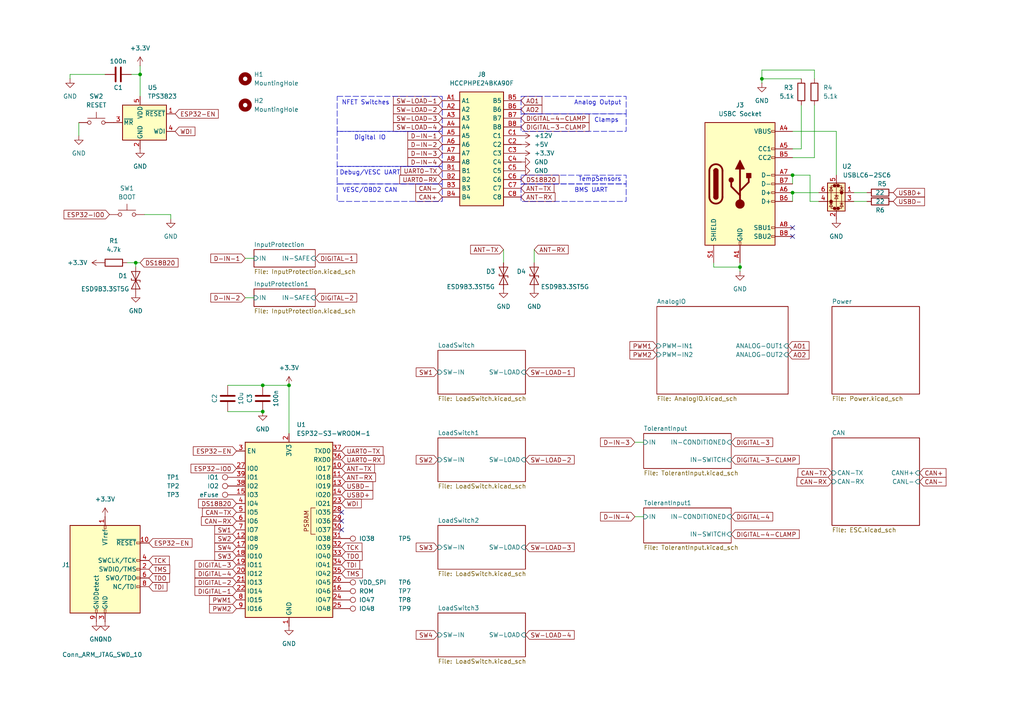
<source format=kicad_sch>
(kicad_sch (version 20231120) (generator "eeschema") (generator_version "8.0")
  (paper "A4")
  (lib_symbols
    (symbol "Connector:Conn_ARM_JTAG_SWD_10" (pin_names (offset 1.016))
      (property "Reference" "J" (at -2.54 16.51 0))
      (property "Value" "Conn_ARM_JTAG_SWD_10" (at -2.54 13.97 0))
      (symbol "Conn_ARM_JTAG_SWD_10_0_1"
        (rectangle (start -10.16 12.7) (end 10.16 -12.7) (stroke (width 0.254)) (fill (type background)))
        (rectangle (start -2.794 -12.7) (end -2.286 -11.684))
        (rectangle (start -0.254 -12.7) (end 0.254 -11.684))
        (rectangle (start -0.254 12.7) (end 0.254 11.684))
        (rectangle (start 9.144 2.286) (end 10.16 2.794))
        (rectangle (start 10.16 -2.794) (end 9.144 -2.286))
        (rectangle (start 10.16 -0.254) (end 9.144 0.254))
        (rectangle (start 10.16 7.874) (end 9.144 7.366))
      )
      (symbol "Conn_ARM_JTAG_SWD_10_1_1"
        (rectangle (start 9.144 -5.334) (end 10.16 -4.826))
        (pin power_in line (at 0 15.24 270) (length 2.54) (name "VTref") (number "1"))
        (pin open_collector line (at 12.7 7.62 180) (length 2.54) (name "~{RESET}") (number "10"))
        (pin bidirectional line (at 12.7 0 180) (length 2.54) (name "SWDIO/TMS") (number "2"))
        (pin power_in line (at 0 -15.24 90) (length 2.54) (name "GND") (number "3"))
        (pin output line (at 12.7 2.54 180) (length 2.54) (name "SWCLK/TCK") (number "4"))
        (pin passive line (at 0 -15.24 90) (length 2.54) hide (name "GND") (number "5"))
        (pin input line (at 12.7 -2.54 180) (length 2.54) (name "SWO/TDO") (number "6"))
        (pin no_connect line (at -10.16 0 0) (length 2.54) hide (name "KEY") (number "7"))
        (pin output line (at 12.7 -5.08 180) (length 2.54) (name "NC/TDI") (number "8"))
        (pin passive line (at -2.54 -15.24 90) (length 2.54) (name "GNDDetect") (number "9"))
      )
    )
    (symbol "Connector:TestPoint" (pin_numbers hide) (pin_names (offset 0.762) hide)
      (property "Reference" "TP" (at 0 6.858 0))
      (property "Value" "TestPoint" (at 0 5.08 0))
      (symbol "TestPoint_0_1"
        (circle (center 0 3.302) (radius 0.762))
      )
      (symbol "TestPoint_1_1"
        (pin passive line (at 0 0 90) (length 2.54) (name "1") (number "1"))
      )
    )
    (symbol "Connector:USB_C_Receptacle_USB2.0_16P" (pin_names (offset 1.016))
      (property "Reference" "J" (at 0 22.225 0))
      (property "Value" "USB_C_Receptacle_USB2.0_16P" (at 0 19.685 0))
      (symbol "USB_C_Receptacle_USB2.0_16P_0_0"
        (rectangle (start -0.254 -17.78) (end 0.254 -16.764))
        (rectangle (start 10.16 -14.986) (end 9.144 -15.494))
        (rectangle (start 10.16 -12.446) (end 9.144 -12.954))
        (rectangle (start 10.16 -4.826) (end 9.144 -5.334))
        (rectangle (start 10.16 -2.286) (end 9.144 -2.794))
        (rectangle (start 10.16 0.254) (end 9.144 -0.254))
        (rectangle (start 10.16 2.794) (end 9.144 2.286))
        (rectangle (start 10.16 7.874) (end 9.144 7.366))
        (rectangle (start 10.16 10.414) (end 9.144 9.906))
        (rectangle (start 10.16 15.494) (end 9.144 14.986))
      )
      (symbol "USB_C_Receptacle_USB2.0_16P_0_1"
        (rectangle (start -10.16 17.78) (end 10.16 -17.78) (stroke (width 0.254)) (fill (type background)))
        (arc (start -8.89 -3.81) (mid -6.985 -5.7067) (end -5.08 -3.81) (stroke (width 0.508)))
        (arc (start -7.62 -3.81) (mid -6.985 -4.4423) (end -6.35 -3.81) (stroke (width 0.254)))
        (arc (start -7.62 -3.81) (mid -6.985 -4.4423) (end -6.35 -3.81) (stroke (width 0.254)) (fill (type outline)))
        (rectangle (start -7.62 -3.81) (end -6.35 3.81) (stroke (width 0.254)) (fill (type outline)))
        (arc (start -6.35 3.81) (mid -6.985 4.4423) (end -7.62 3.81) (stroke (width 0.254)))
        (arc (start -6.35 3.81) (mid -6.985 4.4423) (end -7.62 3.81) (stroke (width 0.254)) (fill (type outline)))
        (arc (start -5.08 3.81) (mid -6.985 5.7067) (end -8.89 3.81) (stroke (width 0.508)))
        (circle (center -2.54 1.143) (radius 0.635) (stroke (width 0.254)) (fill (type outline)))
        (circle (center 0 -5.842) (radius 1.27) (fill (type outline)))
        (polyline (pts (xy -8.89 -3.81) (xy -8.89 3.81)) (stroke (width 0.508)))
        (polyline (pts (xy -5.08 3.81) (xy -5.08 -3.81)) (stroke (width 0.508)))
        (polyline (pts (xy 0 -5.842) (xy 0 4.318)) (stroke (width 0.508)))
        (polyline (pts (xy 0 -3.302) (xy -2.54 -0.762) (xy -2.54 0.508)) (stroke (width 0.508)))
        (polyline (pts (xy 0 -2.032) (xy 2.54 0.508) (xy 2.54 1.778)) (stroke (width 0.508)))
        (polyline (pts (xy -1.27 4.318) (xy 0 6.858) (xy 1.27 4.318) (xy -1.27 4.318)) (stroke (width 0.254)) (fill (type outline)))
        (rectangle (start 1.905 1.778) (end 3.175 3.048) (stroke (width 0.254)) (fill (type outline)))
      )
      (symbol "USB_C_Receptacle_USB2.0_16P_1_1"
        (pin passive line (at 0 -22.86 90) (length 5.08) (name "GND") (number "A1"))
        (pin passive line (at 0 -22.86 90) (length 5.08) hide (name "GND") (number "A12"))
        (pin passive line (at 15.24 15.24 180) (length 5.08) (name "VBUS") (number "A4"))
        (pin bidirectional line (at 15.24 10.16 180) (length 5.08) (name "CC1") (number "A5"))
        (pin bidirectional line (at 15.24 -2.54 180) (length 5.08) (name "D+") (number "A6"))
        (pin bidirectional line (at 15.24 2.54 180) (length 5.08) (name "D-") (number "A7"))
        (pin bidirectional line (at 15.24 -12.7 180) (length 5.08) (name "SBU1") (number "A8"))
        (pin passive line (at 15.24 15.24 180) (length 5.08) hide (name "VBUS") (number "A9"))
        (pin passive line (at 0 -22.86 90) (length 5.08) hide (name "GND") (number "B1"))
        (pin passive line (at 0 -22.86 90) (length 5.08) hide (name "GND") (number "B12"))
        (pin passive line (at 15.24 15.24 180) (length 5.08) hide (name "VBUS") (number "B4"))
        (pin bidirectional line (at 15.24 7.62 180) (length 5.08) (name "CC2") (number "B5"))
        (pin bidirectional line (at 15.24 -5.08 180) (length 5.08) (name "D+") (number "B6"))
        (pin bidirectional line (at 15.24 0 180) (length 5.08) (name "D-") (number "B7"))
        (pin bidirectional line (at 15.24 -15.24 180) (length 5.08) (name "SBU2") (number "B8"))
        (pin passive line (at 15.24 15.24 180) (length 5.08) hide (name "VBUS") (number "B9"))
        (pin passive line (at -7.62 -22.86 90) (length 5.08) (name "SHIELD") (number "S1"))
      )
    )
    (symbol "Device:C" (pin_numbers hide) (pin_names (offset 0.254))
      (property "Reference" "C" (at 0.635 2.54 0))
      (property "Value" "C" (at 0.635 -2.54 0))
      (symbol "C_0_1"
        (polyline (pts (xy -2.032 -0.762) (xy 2.032 -0.762)) (stroke (width 0.508)))
        (polyline (pts (xy -2.032 0.762) (xy 2.032 0.762)) (stroke (width 0.508)))
      )
      (symbol "C_1_1"
        (pin passive line (at 0 3.81 270) (length 2.794) (name "~") (number "1"))
        (pin passive line (at 0 -3.81 90) (length 2.794) (name "~") (number "2"))
      )
    )
    (symbol "Device:R" (pin_numbers hide) (pin_names (offset 0))
      (property "Reference" "R" (at 2.032 0 90))
      (property "Value" "R" (at 0 0 90))
      (symbol "R_0_1"
        (rectangle (start -1.016 -2.54) (end 1.016 2.54) (stroke (width 0.254)))
      )
      (symbol "R_1_1"
        (pin passive line (at 0 3.81 270) (length 1.27) (name "~") (number "1"))
        (pin passive line (at 0 -3.81 90) (length 1.27) (name "~") (number "2"))
      )
    )
    (symbol "Diode:ESD9B3.3ST5G" (pin_numbers hide) (pin_names (offset 1.016) hide)
      (property "Reference" "D" (at 0 2.54 0))
      (property "Value" "ESD9B3.3ST5G" (at 0 -2.54 0))
      (symbol "ESD9B3.3ST5G_0_1"
        (polyline (pts (xy 1.27 0) (xy -1.27 0)))
        (polyline (pts (xy -2.54 -1.27) (xy 0 0) (xy -2.54 1.27) (xy -2.54 -1.27)) (stroke (width 0.2032)))
        (polyline (pts (xy 0.508 1.27) (xy 0 1.27) (xy 0 -1.27) (xy -0.508 -1.27)) (stroke (width 0.2032)))
        (polyline (pts (xy 2.54 1.27) (xy 2.54 -1.27) (xy 0 0) (xy 2.54 1.27)) (stroke (width 0.2032)))
      )
      (symbol "ESD9B3.3ST5G_1_1"
        (pin passive line (at -3.81 0 0) (length 2.54) (name "A1") (number "1"))
        (pin passive line (at 3.81 0 180) (length 2.54) (name "A2") (number "2"))
      )
    )
    (symbol "Mechanical:MountingHole" (pin_names (offset 1.016)) (exclude_from_sim yes) (in_bom no)
      (property "Reference" "H" (at 0 5.08 0))
      (property "Value" "MountingHole" (at 0 3.175 0))
      (symbol "MountingHole_0_1"
        (circle (center 0 0) (radius 1.27) (stroke (width 1.27)))
      )
    )
    (symbol "Power_Protection:USBLC6-2SC6" (pin_names hide)
      (property "Reference" "U" (at 0.635 5.715 0))
      (property "Value" "USBLC6-2SC6" (at 0.635 3.81 0))
      (symbol "USBLC6-2SC6_0_0"
        (circle (center -1.524 0) (radius 0.0001) (stroke (width 0.508)))
        (circle (center -0.508 -4.572) (radius 0.0001) (stroke (width 0.508)))
        (circle (center -0.508 2.032) (radius 0.0001) (stroke (width 0.508)))
        (circle (center 0.508 -4.572) (radius 0.0001) (stroke (width 0.508)))
        (circle (center 0.508 2.032) (radius 0.0001) (stroke (width 0.508)))
        (circle (center 1.524 -2.54) (radius 0.0001) (stroke (width 0.508)))
      )
      (symbol "USBLC6-2SC6_0_1"
        (polyline (pts (xy -2.54 -2.54) (xy 2.54 -2.54)))
        (polyline (pts (xy -2.54 0) (xy 2.54 0)))
        (polyline (pts (xy -2.032 -3.048) (xy -1.016 -3.048)))
        (polyline (pts (xy -1.016 1.524) (xy -2.032 1.524)))
        (polyline (pts (xy 1.016 -3.048) (xy 2.032 -3.048)))
        (polyline (pts (xy 1.016 1.524) (xy 2.032 1.524)))
        (polyline (pts (xy -0.508 -1.143) (xy -0.508 -0.762) (xy 0.508 -0.762)))
        (polyline (pts (xy -2.032 0.508) (xy -1.016 0.508) (xy -1.524 1.524) (xy -2.032 0.508)))
        (polyline (pts (xy -1.016 -4.064) (xy -2.032 -4.064) (xy -1.524 -3.048) (xy -1.016 -4.064)))
        (polyline (pts (xy 0.508 -1.778) (xy -0.508 -1.778) (xy 0 -0.762) (xy 0.508 -1.778)))
        (polyline (pts (xy 2.032 -4.064) (xy 1.016 -4.064) (xy 1.524 -3.048) (xy 2.032 -4.064)))
        (polyline (pts (xy 2.032 0.508) (xy 1.016 0.508) (xy 1.524 1.524) (xy 2.032 0.508)))
        (polyline (pts (xy 0 2.54) (xy -0.508 2.032) (xy 0.508 2.032) (xy 0 1.524) (xy 0 -4.064) (xy -0.508 -4.572) (xy 0.508 -4.572) (xy 0 -5.08)))
      )
      (symbol "USBLC6-2SC6_1_1"
        (rectangle (start -2.54 2.794) (end 2.54 -5.334) (stroke (width 0.254)) (fill (type background)))
        (polyline (pts (xy -0.508 2.032) (xy -1.524 2.032) (xy -1.524 -4.572) (xy -0.508 -4.572)))
        (polyline (pts (xy 0.508 -4.572) (xy 1.524 -4.572) (xy 1.524 2.032) (xy 0.508 2.032)))
        (pin passive line (at -5.08 0 0) (length 2.54) (name "I/O1") (number "1"))
        (pin passive line (at 0 -7.62 90) (length 2.54) (name "GND") (number "2"))
        (pin passive line (at -5.08 -2.54 0) (length 2.54) (name "I/O2") (number "3"))
        (pin passive line (at 5.08 -2.54 180) (length 2.54) (name "I/O2") (number "4"))
        (pin passive line (at 0 5.08 270) (length 2.54) (name "VBUS") (number "5"))
        (pin passive line (at 5.08 0 180) (length 2.54) (name "I/O1") (number "6"))
      )
    )
    (symbol "RF_Module:ESP32-S3-WROOM-1"
      (property "Reference" "U" (at -12.7 26.67 0))
      (property "Value" "ESP32-S3-WROOM-1" (at 12.7 26.67 0))
      (symbol "ESP32-S3-WROOM-1_0_0"
        (rectangle (start -12.7 25.4) (end 12.7 -25.4) (stroke (width 0.254)) (fill (type background)))
        (text "PSRAM" (at 5.08 2.54 900) (effects (font (size 1.27 1.27))))
      )
      (symbol "ESP32-S3-WROOM-1_0_1"
        (polyline (pts (xy 7.62 -1.27) (xy 6.35 -1.27) (xy 6.35 6.35) (xy 7.62 6.35)))
      )
      (symbol "ESP32-S3-WROOM-1_1_1"
        (pin power_in line (at 0 -27.94 90) (length 2.54) (name "GND") (number "1"))
        (pin bidirectional line (at 15.24 17.78 180) (length 2.54) (name "IO17") (number "10"))
        (pin bidirectional line (at 15.24 15.24 180) (length 2.54) (name "IO18") (number "11"))
        (pin bidirectional line (at -15.24 -2.54 0) (length 2.54) (name "IO8") (number "12"))
        (pin bidirectional line (at 15.24 12.7 180) (length 2.54) (name "IO19") (number "13"))
        (pin bidirectional line (at 15.24 10.16 180) (length 2.54) (name "IO20") (number "14"))
        (pin bidirectional line (at -15.24 10.16 0) (length 2.54) (name "IO3") (number "15"))
        (pin bidirectional line (at 15.24 -17.78 180) (length 2.54) (name "IO46") (number "16"))
        (pin bidirectional line (at -15.24 -5.08 0) (length 2.54) (name "IO9") (number "17"))
        (pin bidirectional line (at -15.24 -7.62 0) (length 2.54) (name "IO10") (number "18"))
        (pin bidirectional line (at -15.24 -10.16 0) (length 2.54) (name "IO11") (number "19"))
        (pin power_in line (at 0 27.94 270) (length 2.54) (name "3V3") (number "2"))
        (pin bidirectional line (at -15.24 -12.7 0) (length 2.54) (name "IO12") (number "20"))
        (pin bidirectional line (at -15.24 -15.24 0) (length 2.54) (name "IO13") (number "21"))
        (pin bidirectional line (at -15.24 -17.78 0) (length 2.54) (name "IO14") (number "22"))
        (pin bidirectional line (at 15.24 7.62 180) (length 2.54) (name "IO21") (number "23"))
        (pin bidirectional line (at 15.24 -20.32 180) (length 2.54) (name "IO47") (number "24"))
        (pin bidirectional line (at 15.24 -22.86 180) (length 2.54) (name "IO48") (number "25"))
        (pin bidirectional line (at 15.24 -15.24 180) (length 2.54) (name "IO45") (number "26"))
        (pin bidirectional line (at -15.24 17.78 0) (length 2.54) (name "IO0") (number "27"))
        (pin bidirectional line (at 15.24 5.08 180) (length 2.54) (name "IO35") (number "28"))
        (pin bidirectional line (at 15.24 2.54 180) (length 2.54) (name "IO36") (number "29"))
        (pin input line (at -15.24 22.86 0) (length 2.54) (name "EN") (number "3"))
        (pin bidirectional line (at 15.24 0 180) (length 2.54) (name "IO37") (number "30"))
        (pin bidirectional line (at 15.24 -2.54 180) (length 2.54) (name "IO38") (number "31"))
        (pin bidirectional line (at 15.24 -5.08 180) (length 2.54) (name "IO39") (number "32"))
        (pin bidirectional line (at 15.24 -7.62 180) (length 2.54) (name "IO40") (number "33"))
        (pin bidirectional line (at 15.24 -10.16 180) (length 2.54) (name "IO41") (number "34"))
        (pin bidirectional line (at 15.24 -12.7 180) (length 2.54) (name "IO42") (number "35"))
        (pin bidirectional line (at 15.24 20.32 180) (length 2.54) (name "RXD0") (number "36"))
        (pin bidirectional line (at 15.24 22.86 180) (length 2.54) (name "TXD0") (number "37"))
        (pin bidirectional line (at -15.24 12.7 0) (length 2.54) (name "IO2") (number "38"))
        (pin bidirectional line (at -15.24 15.24 0) (length 2.54) (name "IO1") (number "39"))
        (pin bidirectional line (at -15.24 7.62 0) (length 2.54) (name "IO4") (number "4"))
        (pin passive line (at 0 -27.94 90) (length 2.54) hide (name "GND") (number "40"))
        (pin passive line (at 0 -27.94 90) (length 2.54) hide (name "GND") (number "41"))
        (pin bidirectional line (at -15.24 5.08 0) (length 2.54) (name "IO5") (number "5"))
        (pin bidirectional line (at -15.24 2.54 0) (length 2.54) (name "IO6") (number "6"))
        (pin bidirectional line (at -15.24 0 0) (length 2.54) (name "IO7") (number "7"))
        (pin bidirectional line (at -15.24 -20.32 0) (length 2.54) (name "IO15") (number "8"))
        (pin bidirectional line (at -15.24 -22.86 0) (length 2.54) (name "IO16") (number "9"))
      )
    )
    (symbol "SupervisorLibrary:HCCPHPE24BKA90F"
      (property "Reference" "J" (at 19.05 7.62 0))
      (property "Value" "HCCPHPE24BKA90F" (at 19.05 5.08 0))
      (symbol "HCCPHPE24BKA90F_1_1"
        (rectangle (start 5.08 2.54) (end 17.78 -30.48) (stroke (width 0.254)) (fill (type background)))
        (pin passive line (at 0 0 0) (length 5.08) (name "A1") (number "A1"))
        (pin passive line (at 0 -2.54 0) (length 5.08) (name "A2") (number "A2"))
        (pin passive line (at 0 -5.08 0) (length 5.08) (name "A3") (number "A3"))
        (pin passive line (at 0 -7.62 0) (length 5.08) (name "A4") (number "A4"))
        (pin passive line (at 0 -10.16 0) (length 5.08) (name "A5") (number "A5"))
        (pin passive line (at 0 -12.7 0) (length 5.08) (name "A6") (number "A6"))
        (pin passive line (at 0 -15.24 0) (length 5.08) (name "A7") (number "A7"))
        (pin passive line (at 0 -17.78 0) (length 5.08) (name "A8") (number "A8"))
        (pin passive line (at 0 -20.32 0) (length 5.08) (name "B1") (number "B1"))
        (pin passive line (at 0 -22.86 0) (length 5.08) (name "B2") (number "B2"))
        (pin passive line (at 0 -25.4 0) (length 5.08) (name "B3") (number "B3"))
        (pin passive line (at 0 -27.94 0) (length 5.08) (name "B4") (number "B4"))
        (pin passive line (at 22.86 0 180) (length 5.08) (name "B5") (number "B5"))
        (pin passive line (at 22.86 -2.54 180) (length 5.08) (name "B6") (number "B6"))
        (pin passive line (at 22.86 -5.08 180) (length 5.08) (name "B7") (number "B7"))
        (pin passive line (at 22.86 -7.62 180) (length 5.08) (name "B8") (number "B8"))
        (pin passive line (at 22.86 -10.16 180) (length 5.08) (name "C1") (number "C1"))
        (pin passive line (at 22.86 -12.7 180) (length 5.08) (name "C2") (number "C2"))
        (pin passive line (at 22.86 -15.24 180) (length 5.08) (name "C3") (number "C3"))
        (pin passive line (at 22.86 -17.78 180) (length 5.08) (name "C4") (number "C4"))
        (pin passive line (at 22.86 -20.32 180) (length 5.08) (name "C5") (number "C5"))
        (pin passive line (at 22.86 -22.86 180) (length 5.08) (name "C6") (number "C6"))
        (pin passive line (at 22.86 -25.4 180) (length 5.08) (name "C7") (number "C7"))
        (pin passive line (at 22.86 -27.94 180) (length 5.08) (name "C8") (number "C8"))
      )
    )
    (symbol "SupervisorLibrary:TPS3823" (pin_names (offset 0.254))
      (property "Reference" "U" (at 2.54 8.89 0))
      (property "Value" "TPS3823" (at 2.54 6.35 0))
      (symbol "TPS3823_0_1"
        (rectangle (start -5.08 5.08) (end 7.62 -5.08) (stroke (width 0.254)) (fill (type background)))
      )
      (symbol "TPS3823_1_1"
        (pin output line (at 10.16 2.54 180) (length 2.54) (name "~{RESET}") (number "1"))
        (pin power_in line (at 0 -7.62 90) (length 2.54) (name "GND") (number "2"))
        (pin input line (at -7.62 0 0) (length 2.54) (name "~{MR}") (number "3"))
        (pin bidirectional line (at 10.16 -2.54 180) (length 2.54) (name "WDI") (number "4"))
        (pin power_in line (at 0 7.62 270) (length 2.54) (name "VDD") (number "5"))
      )
    )
    (symbol "Switch:SW_Push" (pin_numbers hide) (pin_names (offset 1.016) hide)
      (property "Reference" "SW" (at 1.27 2.54 0))
      (property "Value" "SW_Push" (at 0 -1.524 0))
      (symbol "SW_Push_0_1"
        (circle (center -2.032 0) (radius 0.508))
        (polyline (pts (xy 0 1.27) (xy 0 3.048)))
        (polyline (pts (xy 2.54 1.27) (xy -2.54 1.27)))
        (circle (center 2.032 0) (radius 0.508))
        (pin passive line (at -5.08 0 0) (length 2.54) (name "1") (number "1"))
        (pin passive line (at 5.08 0 180) (length 2.54) (name "2") (number "2"))
      )
    )
    (symbol "power:+12V" (power) (pin_numbers hide) (pin_names (offset 0) hide)
      (property "Value" "+12V" (at 0 3.556 0))
      (symbol "+12V_0_1"
        (polyline (pts (xy -0.762 1.27) (xy 0 2.54)))
        (polyline (pts (xy 0 0) (xy 0 2.54)))
        (polyline (pts (xy 0 2.54) (xy 0.762 1.27)))
      )
      (symbol "+12V_1_1"
        (pin power_in line (at 0 0 90) (length 0) (name "~") (number "1"))
      )
    )
    (symbol "power:+3.3V" (power) (pin_numbers hide) (pin_names (offset 0) hide)
      (property "Value" "+3.3V" (at 0 3.556 0))
      (symbol "+3.3V_0_1"
        (polyline (pts (xy -0.762 1.27) (xy 0 2.54)))
        (polyline (pts (xy 0 0) (xy 0 2.54)))
        (polyline (pts (xy 0 2.54) (xy 0.762 1.27)))
      )
      (symbol "+3.3V_1_1"
        (pin power_in line (at 0 0 90) (length 0) (name "~") (number "1"))
      )
    )
    (symbol "power:+5V" (power) (pin_numbers hide) (pin_names (offset 0) hide)
      (property "Value" "+5V" (at 0 3.556 0))
      (symbol "+5V_0_1"
        (polyline (pts (xy -0.762 1.27) (xy 0 2.54)))
        (polyline (pts (xy 0 0) (xy 0 2.54)))
        (polyline (pts (xy 0 2.54) (xy 0.762 1.27)))
      )
      (symbol "+5V_1_1"
        (pin power_in line (at 0 0 90) (length 0) (name "~") (number "1"))
      )
    )
    (symbol "power:GND" (power) (pin_numbers hide) (pin_names (offset 0) hide)
      (property "Value" "GND" (at 0 -3.81 0))
      (symbol "GND_0_1"
        (polyline (pts (xy 0 0) (xy 0 -1.27) (xy 1.27 -1.27) (xy 0 -2.54) (xy -1.27 -1.27) (xy 0 -1.27)))
      )
      (symbol "GND_1_1"
        (pin power_in line (at 0 0 270) (length 0) (name "~") (number "1"))
      )
    )
  )
  (junction (at 39.37 76.2))
  (junction (at 76.2 119.38))
  (junction (at 40.64 21.59))
  (junction (at 220.98 22.86))
  (junction (at 229.87 55.88))
  (junction (at 229.87 50.8))
  (junction (at 76.2 111.76))
  (junction (at 83.82 111.76))
  (junction (at 214.63 77.47))
  (no_connect (at 229.87 66.04))
  (no_connect (at 99.06 148.59))
  (no_connect (at 99.06 153.67))
  (no_connect (at 99.06 151.13))
  (no_connect (at 229.87 68.58))
  (wire (pts (xy 236.22 22.86) (xy 236.22 20.32)))
  (wire (pts (xy 214.63 77.47) (xy 214.63 78.74)))
  (wire (pts (xy 229.87 55.88) (xy 237.49 55.88)))
  (wire (pts (xy 234.95 58.42) (xy 237.49 58.42)))
  (wire (pts (xy 20.32 21.59) (xy 20.32 22.86)))
  (wire (pts (xy 229.87 55.88) (xy 229.87 58.42)))
  (wire (pts (xy 214.63 76.2) (xy 214.63 77.47)))
  (wire (pts (xy 66.04 111.76) (xy 76.2 111.76)))
  (wire (pts (xy 76.2 111.76) (xy 83.82 111.76)))
  (wire (pts (xy 154.94 72.39) (xy 154.94 76.2)))
  (wire (pts (xy 39.37 76.2) (xy 36.83 76.2)))
  (wire (pts (xy 234.95 50.8) (xy 229.87 50.8)))
  (wire (pts (xy 71.12 74.93) (xy 73.66 74.93)))
  (wire (pts (xy 229.87 45.72) (xy 236.22 45.72)))
  (wire (pts (xy 146.05 72.39) (xy 146.05 76.2)))
  (wire (pts (xy 30.48 21.59) (xy 20.32 21.59)))
  (wire (pts (xy 22.86 35.56) (xy 22.86 39.37)))
  (wire (pts (xy 49.53 63.5) (xy 49.53 62.23)))
  (wire (pts (xy 220.98 22.86) (xy 220.98 24.13)))
  (wire (pts (xy 41.91 62.23) (xy 49.53 62.23)))
  (wire (pts (xy 66.04 119.38) (xy 76.2 119.38)))
  (wire (pts (xy 247.65 55.88) (xy 251.46 55.88)))
  (wire (pts (xy 236.22 20.32) (xy 220.98 20.32)))
  (wire (pts (xy 242.57 38.1) (xy 229.87 38.1)))
  (wire (pts (xy 236.22 45.72) (xy 236.22 30.48)))
  (wire (pts (xy 220.98 20.32) (xy 220.98 22.86)))
  (wire (pts (xy 38.1 21.59) (xy 40.64 21.59)))
  (wire (pts (xy 83.82 111.76) (xy 83.82 125.73)))
  (wire (pts (xy 232.41 22.86) (xy 220.98 22.86)))
  (wire (pts (xy 232.41 43.18) (xy 232.41 30.48)))
  (wire (pts (xy 229.87 50.8) (xy 229.87 53.34)))
  (wire (pts (xy 40.64 19.05) (xy 40.64 21.59)))
  (wire (pts (xy 242.57 38.1) (xy 242.57 50.8)))
  (wire (pts (xy 229.87 43.18) (xy 232.41 43.18)))
  (wire (pts (xy 184.15 128.27) (xy 186.69 128.27)))
  (wire (pts (xy 234.95 50.8) (xy 234.95 58.42)))
  (wire (pts (xy 207.01 77.47) (xy 214.63 77.47)))
  (wire (pts (xy 71.12 86.36) (xy 73.66 86.36)))
  (wire (pts (xy 207.01 76.2) (xy 207.01 77.47)))
  (wire (pts (xy 184.15 149.86) (xy 186.69 149.86)))
  (wire (pts (xy 39.37 76.2) (xy 39.37 77.47)))
  (wire (pts (xy 40.64 76.2) (xy 39.37 76.2)))
  (wire (pts (xy 40.64 21.59) (xy 40.64 27.94)))
  (wire (pts (xy 247.65 58.42) (xy 251.46 58.42)))
  (rectangle (start 151.13 27.94) (end 181.61 33.02) (stroke (width 0) (type dash)))
  (rectangle (start 97.79 53.34) (end 128.27 58.42) (stroke (width 0) (type dash)))
  (rectangle (start 97.79 48.26) (end 128.27 53.34) (stroke (width 0) (type dash)))
  (rectangle (start 97.79 27.94) (end 128.27 38.1) (stroke (width 0) (type dash)))
  (rectangle (start 97.79 38.1) (end 128.27 48.26) (stroke (width 0) (type dash)))
  (rectangle (start 151.13 33.02) (end 181.61 38.1) (stroke (width 0) (type dash)))
  (rectangle (start 151.13 53.34) (end 181.61 58.42) (stroke (width 0) (type dash)))
  (rectangle (start 151.13 50.8) (end 181.61 53.34) (stroke (width 0) (type dash)))
  (text "TempSensors" (at 173.99 52.07 0) (effects (font (size 1.27 1.27))))
  (text "Clamps" (at 175.895 34.925 0) (effects (font (size 1.27 1.27))))
  (text "Digital IO" (at 107.315 40.005 0) (effects (font (size 1.27 1.27))))
  (text "Analog Output" (at 173.355 29.845 0) (effects (font (size 1.27 1.27))))
  (text "VESC/OBD2 CAN" (at 107.315 55.245 0) (effects (font (size 1.27 1.27))))
  (text "NFET Switches" (at 106.045 29.845 0) (effects (font (size 1.27 1.27))))
  (text "Debug/VESC UART" (at 107.315 50.165 0) (effects (font (size 1.27 1.27))))
  (text "BMS UART" (at 171.45 55.245 0) (effects (font (size 1.27 1.27))))
  (global_label "SW2" (shape input) (at 68.58 156.21 180) (property "Intersheetrefs" "${INTERSHEET_REFS}" (effects (hide yes))))
  (global_label "TMS" (shape input) (at 99.06 166.37 0) (property "Intersheetrefs" "${INTERSHEET_REFS}" (effects (hide yes))))
  (global_label "D-IN-3" (shape input) (at 128.27 44.45 180) (property "Intersheetrefs" "${INTERSHEET_REFS}" (effects (hide yes))))
  (global_label "CAN-RX" (shape input) (at 68.58 151.13 180) (property "Intersheetrefs" "${INTERSHEET_REFS}" (effects (hide yes))))
  (global_label "SW-LOAD-2" (shape input) (at 152.4 133.35 0) (property "Intersheetrefs" "${INTERSHEET_REFS}" (effects (hide yes))))
  (global_label "SW-LOAD-3" (shape input) (at 128.27 34.29 180) (property "Intersheetrefs" "${INTERSHEET_REFS}" (effects (hide yes))))
  (global_label "DS18B20" (shape input) (at 40.64 76.2 0) (property "Intersheetrefs" "${INTERSHEET_REFS}" (effects (hide yes))))
  (global_label "TDI" (shape input) (at 43.18 170.18 0) (property "Intersheetrefs" "${INTERSHEET_REFS}" (effects (hide yes))))
  (global_label "UART0-RX" (shape input) (at 128.27 52.07 180) (property "Intersheetrefs" "${INTERSHEET_REFS}" (effects (hide yes))))
  (global_label "ANT-RX" (shape input) (at 151.13 57.15 0) (property "Intersheetrefs" "${INTERSHEET_REFS}" (effects (hide yes))))
  (global_label "CAN-TX" (shape input) (at 68.58 148.59 180) (property "Intersheetrefs" "${INTERSHEET_REFS}" (effects (hide yes))))
  (global_label "DIGITAL-1" (shape input) (at 68.58 171.45 180) (property "Intersheetrefs" "${INTERSHEET_REFS}" (effects (hide yes))))
  (global_label "USBD+" (shape input) (at 259.08 55.88 0) (property "Intersheetrefs" "${INTERSHEET_REFS}" (effects (hide yes))))
  (global_label "ANT-TX" (shape input) (at 151.13 54.61 0) (property "Intersheetrefs" "${INTERSHEET_REFS}" (effects (hide yes))))
  (global_label "D-IN-1" (shape input) (at 71.12 74.93 180) (property "Intersheetrefs" "${INTERSHEET_REFS}" (effects (hide yes))))
  (global_label "UART0-TX" (shape input) (at 128.27 49.53 180) (property "Intersheetrefs" "${INTERSHEET_REFS}" (effects (hide yes))))
  (global_label "SW4" (shape input) (at 68.58 158.75 180) (property "Intersheetrefs" "${INTERSHEET_REFS}" (effects (hide yes))))
  (global_label "SW3" (shape input) (at 127 158.75 180) (property "Intersheetrefs" "${INTERSHEET_REFS}" (effects (hide yes))))
  (global_label "DIGITAL-3-CLAMP" (shape input) (at 212.09 133.35 0) (property "Intersheetrefs" "${INTERSHEET_REFS}" (effects (hide yes))))
  (global_label "DIGITAL-4" (shape input) (at 68.58 166.37 180) (property "Intersheetrefs" "${INTERSHEET_REFS}" (effects (hide yes))))
  (global_label "TDI" (shape input) (at 99.06 163.83 0) (property "Intersheetrefs" "${INTERSHEET_REFS}" (effects (hide yes))))
  (global_label "SW4" (shape input) (at 127 184.15 180) (property "Intersheetrefs" "${INTERSHEET_REFS}" (effects (hide yes))))
  (global_label "D-IN-3" (shape input) (at 184.15 128.27 180) (property "Intersheetrefs" "${INTERSHEET_REFS}" (effects (hide yes))))
  (global_label "AO1" (shape input) (at 228.6 100.33 0) (property "Intersheetrefs" "${INTERSHEET_REFS}" (effects (hide yes))))
  (global_label "ESP32-IO0" (shape input) (at 68.58 135.89 180) (property "Intersheetrefs" "${INTERSHEET_REFS}" (effects (hide yes))))
  (global_label "CAN-" (shape input) (at 266.7 139.7 0) (property "Intersheetrefs" "${INTERSHEET_REFS}" (effects (hide yes))))
  (global_label "DIGITAL-4-CLAMP" (shape input) (at 151.13 34.29 0) (property "Intersheetrefs" "${INTERSHEET_REFS}" (effects (hide yes))))
  (global_label "AO1" (shape input) (at 151.13 29.21 0) (property "Intersheetrefs" "${INTERSHEET_REFS}" (effects (hide yes))))
  (global_label "ESP32-EN" (shape input) (at 50.8 33.02 0) (property "Intersheetrefs" "${INTERSHEET_REFS}" (effects (hide yes))))
  (global_label "CAN-RX" (shape input) (at 241.3 139.7 180) (property "Intersheetrefs" "${INTERSHEET_REFS}" (effects (hide yes))))
  (global_label "DIGITAL-3-CLAMP" (shape input) (at 151.13 36.83 0) (property "Intersheetrefs" "${INTERSHEET_REFS}" (effects (hide yes))))
  (global_label "DIGITAL-2" (shape input) (at 68.58 168.91 180) (property "Intersheetrefs" "${INTERSHEET_REFS}" (effects (hide yes))))
  (global_label "D-IN-4" (shape input) (at 184.15 149.86 180) (property "Intersheetrefs" "${INTERSHEET_REFS}" (effects (hide yes))))
  (global_label "PWM2" (shape input) (at 190.5 102.87 180) (property "Intersheetrefs" "${INTERSHEET_REFS}" (effects (hide yes))))
  (global_label "ESP32-EN" (shape input) (at 43.18 157.48 0) (property "Intersheetrefs" "${INTERSHEET_REFS}" (effects (hide yes))))
  (global_label "DIGITAL-3" (shape input) (at 212.09 128.27 0) (property "Intersheetrefs" "${INTERSHEET_REFS}" (effects (hide yes))))
  (global_label "DS18B20" (shape input) (at 151.13 52.07 0) (property "Intersheetrefs" "${INTERSHEET_REFS}" (effects (hide yes))))
  (global_label "TMS" (shape input) (at 43.18 165.1 0) (property "Intersheetrefs" "${INTERSHEET_REFS}" (effects (hide yes))))
  (global_label "PWM2" (shape input) (at 68.58 176.53 180) (property "Intersheetrefs" "${INTERSHEET_REFS}" (effects (hide yes))))
  (global_label "TDO" (shape input) (at 99.06 161.29 0) (property "Intersheetrefs" "${INTERSHEET_REFS}" (effects (hide yes))))
  (global_label "USBD+" (shape input) (at 99.06 143.51 0) (property "Intersheetrefs" "${INTERSHEET_REFS}" (effects (hide yes))))
  (global_label "DIGITAL-4-CLAMP" (shape input) (at 212.09 154.94 0) (property "Intersheetrefs" "${INTERSHEET_REFS}" (effects (hide yes))))
  (global_label "USBD-" (shape input) (at 99.06 140.97 0) (property "Intersheetrefs" "${INTERSHEET_REFS}" (effects (hide yes))))
  (global_label "ANT-TX" (shape input) (at 146.05 72.39 180) (property "Intersheetrefs" "${INTERSHEET_REFS}" (effects (hide yes))))
  (global_label "ANT-RX" (shape input) (at 99.06 138.43 0) (property "Intersheetrefs" "${INTERSHEET_REFS}" (effects (hide yes))))
  (global_label "USBD-" (shape input) (at 259.08 58.42 0) (property "Intersheetrefs" "${INTERSHEET_REFS}" (effects (hide yes))))
  (global_label "D-IN-2" (shape input) (at 71.12 86.36 180) (property "Intersheetrefs" "${INTERSHEET_REFS}" (effects (hide yes))))
  (global_label "SW-LOAD-1" (shape input) (at 152.4 107.95 0) (property "Intersheetrefs" "${INTERSHEET_REFS}" (effects (hide yes))))
  (global_label "DIGITAL-4" (shape input) (at 212.09 149.86 0) (property "Intersheetrefs" "${INTERSHEET_REFS}" (effects (hide yes))))
  (global_label "CAN+" (shape input) (at 266.7 137.16 0) (property "Intersheetrefs" "${INTERSHEET_REFS}" (effects (hide yes))))
  (global_label "SW-LOAD-1" (shape input) (at 128.27 29.21 180) (property "Intersheetrefs" "${INTERSHEET_REFS}" (effects (hide yes))))
  (global_label "D-IN-4" (shape input) (at 128.27 46.99 180) (property "Intersheetrefs" "${INTERSHEET_REFS}" (effects (hide yes))))
  (global_label "SW-LOAD-3" (shape input) (at 152.4 158.75 0) (property "Intersheetrefs" "${INTERSHEET_REFS}" (effects (hide yes))))
  (global_label "AO2" (shape input) (at 151.13 31.75 0) (property "Intersheetrefs" "${INTERSHEET_REFS}" (effects (hide yes))))
  (global_label "PWM1" (shape input) (at 190.5 100.33 180) (property "Intersheetrefs" "${INTERSHEET_REFS}" (effects (hide yes))))
  (global_label "DS18B20" (shape input) (at 68.58 146.05 180) (property "Intersheetrefs" "${INTERSHEET_REFS}" (effects (hide yes))))
  (global_label "WDI" (shape input) (at 50.8 38.1 0) (property "Intersheetrefs" "${INTERSHEET_REFS}" (effects (hide yes))))
  (global_label "UART0-RX" (shape input) (at 99.06 133.35 0) (property "Intersheetrefs" "${INTERSHEET_REFS}" (effects (hide yes))))
  (global_label "CAN-" (shape input) (at 128.27 54.61 180) (property "Intersheetrefs" "${INTERSHEET_REFS}" (effects (hide yes))))
  (global_label "ESP32-EN" (shape input) (at 68.58 130.81 180) (property "Intersheetrefs" "${INTERSHEET_REFS}" (effects (hide yes))))
  (global_label "ESP32-IO0" (shape input) (at 31.75 62.23 180) (property "Intersheetrefs" "${INTERSHEET_REFS}" (effects (hide yes))))
  (global_label "SW-LOAD-4" (shape input) (at 152.4 184.15 0) (property "Intersheetrefs" "${INTERSHEET_REFS}" (effects (hide yes))))
  (global_label "AO2" (shape input) (at 228.6 102.87 0) (property "Intersheetrefs" "${INTERSHEET_REFS}" (effects (hide yes))))
  (global_label "DIGITAL-3" (shape input) (at 68.58 163.83 180) (property "Intersheetrefs" "${INTERSHEET_REFS}" (effects (hide yes))))
  (global_label "ANT-RX" (shape input) (at 154.94 72.39 0) (property "Intersheetrefs" "${INTERSHEET_REFS}" (effects (hide yes))))
  (global_label "ANT-TX" (shape input) (at 99.06 135.89 0) (property "Intersheetrefs" "${INTERSHEET_REFS}" (effects (hide yes))))
  (global_label "TCK" (shape input) (at 43.18 162.56 0) (property "Intersheetrefs" "${INTERSHEET_REFS}" (effects (hide yes))))
  (global_label "SW1" (shape input) (at 68.58 153.67 180) (property "Intersheetrefs" "${INTERSHEET_REFS}" (effects (hide yes))))
  (global_label "SW3" (shape input) (at 68.58 161.29 180) (property "Intersheetrefs" "${INTERSHEET_REFS}" (effects (hide yes))))
  (global_label "UART0-TX" (shape input) (at 99.06 130.81 0) (property "Intersheetrefs" "${INTERSHEET_REFS}" (effects (hide yes))))
  (global_label "D-IN-2" (shape input) (at 128.27 41.91 180) (property "Intersheetrefs" "${INTERSHEET_REFS}" (effects (hide yes))))
  (global_label "SW2" (shape input) (at 127 133.35 180) (property "Intersheetrefs" "${INTERSHEET_REFS}" (effects (hide yes))))
  (global_label "TDO" (shape input) (at 43.18 167.64 0) (property "Intersheetrefs" "${INTERSHEET_REFS}" (effects (hide yes))))
  (global_label "WDI" (shape input) (at 99.06 146.05 0) (property "Intersheetrefs" "${INTERSHEET_REFS}" (effects (hide yes))))
  (global_label "CAN+" (shape input) (at 128.27 57.15 180) (property "Intersheetrefs" "${INTERSHEET_REFS}" (effects (hide yes))))
  (global_label "TCK" (shape input) (at 99.06 158.75 0) (property "Intersheetrefs" "${INTERSHEET_REFS}" (effects (hide yes))))
  (global_label "SW-LOAD-2" (shape input) (at 128.27 31.75 180) (property "Intersheetrefs" "${INTERSHEET_REFS}" (effects (hide yes))))
  (global_label "DIGITAL-2" (shape input) (at 91.44 86.36 0) (property "Intersheetrefs" "${INTERSHEET_REFS}" (effects (hide yes))))
  (global_label "SW1" (shape input) (at 127 107.95 180) (property "Intersheetrefs" "${INTERSHEET_REFS}" (effects (hide yes))))
  (global_label "DIGITAL-1" (shape input) (at 91.44 74.93 0) (property "Intersheetrefs" "${INTERSHEET_REFS}" (effects (hide yes))))
  (global_label "D-IN-1" (shape input) (at 128.27 39.37 180) (property "Intersheetrefs" "${INTERSHEET_REFS}" (effects (hide yes))))
  (global_label "PWM1" (shape input) (at 68.58 173.99 180) (property "Intersheetrefs" "${INTERSHEET_REFS}" (effects (hide yes))))
  (global_label "SW-LOAD-4" (shape input) (at 128.27 36.83 180) (property "Intersheetrefs" "${INTERSHEET_REFS}" (effects (hide yes))))
  (global_label "CAN-TX" (shape input) (at 241.3 137.16 180) (property "Intersheetrefs" "${INTERSHEET_REFS}" (effects (hide yes))))
  (symbol (lib_id "SupervisorLibrary:HCCPHPE24BKA90F") (at 128.27 29.21 0) (unit 1)
    (property "Reference" "J8" (at 139.7 21.59 0))
    (property "Value" "HCCPHPE24BKA90F" (at 139.7 24.13 0))
    (property "Footprint" "SupervisorLibrary:HCCPHPE24BKA90F" (effects (hide yes)))
    (property "Datasheet" "https://componentsearchengine.com/Datasheets/1/HCCPHPE24BKA90F.pdf" (effects (hide yes)))
    (property "Description" "Automotive Connectors 24 WAY PIN HEADER" (effects (hide yes)))
    (property "Height" "27" (effects (hide yes)))
    (property "Manufacturer_Name" "Delphi" (effects (hide yes)))
    (property "Manufacturer_Part_Number" "HCCPHPE24BKA90F" (effects (hide yes)))
    (property "Mouser Part Number" "649-HCCPHPE24BKA90F" (effects (hide yes)))
    (property "Mouser Price/Stock" "https://www.mouser.co.uk/ProductDetail/Aptiv-formerly-Delphi/HCCPHPE24BKA90F?qs=HumNWfwekiHLtOzWAlzo4Q%3D%3D" (effects (hide yes)))
    (property "Arrow Part Number" "HCCPHPE24BKA90F" (effects (hide yes)))
    (property "Arrow Price/Stock" "https://www.arrow.com/en/products/hccphpe24bka90f/aptiv?region=europe" (effects (hide yes)))
    (property "MPN" "C5349068" (effects (hide yes)))
  )
  (symbol (lib_id "Switch:SW_Push") (at 27.94 35.56 0) (unit 1)
    (property "Reference" "SW2" (at 27.94 27.94 0))
    (property "Value" "RESET" (at 27.94 30.48 0))
    (property "Footprint" "Button_Switch_SMD:SW_Push_1P1T_XKB_TS-1187A" (effects (hide yes)))
    (property "MPN" "C318884" (effects (hide yes)))
  )
  (symbol (lib_id "Diode:ESD9B3.3ST5G") (at 146.05 80.01 270) (unit 1)
    (property "Reference" "D3" (at 140.97 78.74 90) (effects (justify left)))
    (property "Value" "ESD9B3.3ST5G" (at 129.54 83.185 90) (effects (justify left)))
    (property "Footprint" "Diode_SMD:D_SOD-923" (effects (hide yes)))
    (property "Datasheet" "https://www.onsemi.com/pub/Collateral/ESD9B-D.PDF" (effects (hide yes)))
    (property "Description" "ESD protection diode, 3.3Vrwm, SOD-923" (effects (hide yes)))
    (property "MPN" "C96512" (effects (hide yes)))
  )
  (symbol (lib_id "Connector:TestPoint") (at 99.06 168.91 270) (unit 1)
    (property "Reference" "TP6" (at 115.57 168.91 90) (effects (justify left)))
    (property "Value" "VDD_SPI" (at 104.14 168.91 90) (effects (justify left)))
    (property "Footprint" "TestPoint:TestPoint_Pad_2.0x2.0mm" (effects (hide yes)))
    (property "Description" "test point" (effects (hide yes)))
  )
  (symbol (lib_id "Mechanical:MountingHole") (at 71.12 30.48 0) (unit 1) (exclude_from_sim yes) (in_bom no)
    (property "Reference" "H2" (at 73.66 29.2099 0) (effects (justify left)))
    (property "Value" "MountingHole" (at 73.66 31.7499 0) (effects (justify left)))
    (property "Footprint" "MountingHole:MountingHole_3.2mm_M3" (effects (hide yes)))
    (property "Description" "Mounting Hole without connection" (effects (hide yes)))
  )
  (symbol (lib_id "Power_Protection:USBLC6-2SC6") (at 242.57 55.88 0) (mirror y) (unit 1)
    (property "Reference" "U2" (at 247.015 48.26 0) (effects (justify left)))
    (property "Value" "USBLC6-2SC6" (at 258.445 50.8 0) (effects (justify left)))
    (property "Footprint" "Package_TO_SOT_SMD:SOT-23-6" (effects (hide yes)))
    (property "Datasheet" "https://www.st.com/resource/en/datasheet/usblc6-2.pdf" (effects (hide yes)))
    (property "Description" "Very low capacitance ESD protection diode, 2 data-line, SOT-23-6" (effects (hide yes)))
    (property "MPN" "C2827654" (effects (hide yes)))
    (property "JLCRotOffset" "-90" (effects (hide yes)))
  )
  (symbol (lib_id "power:GND") (at 83.82 181.61 0) (unit 1)
    (property "Reference" "#PWR012" (effects (hide yes)))
    (property "Value" "GND" (at 83.82 186.69 0))
    (property "Description" "Power symbol creates a global label with name \"GND\" , ground" (effects (hide yes)))
  )
  (symbol (lib_id "Diode:ESD9B3.3ST5G") (at 39.37 81.28 270) (unit 1)
    (property "Reference" "D1" (at 34.29 80.01 90) (effects (justify left)))
    (property "Value" "ESD9B3.3ST5G" (at 23.495 83.82 90) (effects (justify left)))
    (property "Footprint" "Diode_SMD:D_SOD-923" (effects (hide yes)))
    (property "Datasheet" "https://www.onsemi.com/pub/Collateral/ESD9B-D.PDF" (effects (hide yes)))
    (property "Description" "ESD protection diode, 3.3Vrwm, SOD-923" (effects (hide yes)))
    (property "MPN" "C96512" (effects (hide yes)))
  )
  (symbol (lib_id "Device:R") (at 33.02 76.2 90) (unit 1)
    (property "Reference" "R1" (at 33.02 69.85 90))
    (property "Value" "4.7k" (at 33.02 72.39 90))
    (property "Footprint" "Resistor_SMD:R_0603_1608Metric" (effects (hide yes)))
    (property "MPN" "C23162" (effects (hide yes)))
  )
  (symbol (lib_id "power:+3.3V") (at 30.48 149.86 0) (unit 1)
    (property "Reference" "#PWR03" (effects (hide yes)))
    (property "Value" "+3.3V" (at 30.48 144.78 0))
    (property "Description" "Power symbol creates a global label with name \"+3.3V\"" (effects (hide yes)))
  )
  (symbol (lib_id "power:+3.3V") (at 40.64 19.05 0) (unit 1)
    (property "Reference" "#PWR05" (effects (hide yes)))
    (property "Value" "+3.3V" (at 40.64 13.97 0))
    (property "Description" "Power symbol creates a global label with name \"+3.3V\"" (effects (hide yes)))
  )
  (symbol (lib_id "Connector:TestPoint") (at 68.58 143.51 90) (unit 1)
    (property "Reference" "TP3" (at 52.07 143.51 90) (effects (justify left)))
    (property "Value" "eFuse" (at 63.5 143.51 90) (effects (justify left)))
    (property "Footprint" "TestPoint:TestPoint_Pad_2.0x2.0mm" (effects (hide yes)))
    (property "Description" "test point" (effects (hide yes)))
  )
  (symbol (lib_id "power:GND") (at 146.05 83.82 0) (unit 1)
    (property "Reference" "#PWR035" (effects (hide yes)))
    (property "Value" "GND" (at 146.05 88.9 0))
    (property "Description" "Power symbol creates a global label with name \"GND\" , ground" (effects (hide yes)))
  )
  (symbol (lib_id "power:GND") (at 20.32 22.86 0) (unit 1)
    (property "Reference" "#PWR06" (effects (hide yes)))
    (property "Value" "GND" (at 20.32 27.94 0))
    (property "Description" "Power symbol creates a global label with name \"GND\" , ground" (effects (hide yes)))
  )
  (symbol (lib_id "power:GND") (at 76.2 119.38 0) (unit 1)
    (property "Reference" "#PWR010" (effects (hide yes)))
    (property "Value" "GND" (at 76.2 124.46 0))
    (property "Description" "Power symbol creates a global label with name \"GND\" , ground" (effects (hide yes)))
  )
  (symbol (lib_id "power:GND") (at 154.94 83.82 0) (unit 1)
    (property "Reference" "#PWR036" (effects (hide yes)))
    (property "Value" "GND" (at 154.94 88.9 0))
    (property "Description" "Power symbol creates a global label with name \"GND\" , ground" (effects (hide yes)))
  )
  (symbol (lib_id "Device:C") (at 66.04 115.57 0) (unit 1)
    (property "Reference" "C2" (at 62.23 115.57 90))
    (property "Value" "10u" (at 69.85 115.57 90))
    (property "Footprint" "Capacitor_SMD:C_0603_1608Metric" (effects (hide yes)))
    (property "MPN" "C19702" (effects (hide yes)))
  )
  (symbol (lib_id "power:+5V") (at 151.13 41.91 270) (unit 1)
    (property "Reference" "#PWR017" (effects (hide yes)))
    (property "Value" "+5V" (at 154.94 41.9099 90) (effects (justify left)))
    (property "Description" "Power symbol creates a global label with name \"+5V\"" (effects (hide yes)))
  )
  (symbol (lib_id "power:GND") (at 22.86 39.37 0) (unit 1)
    (property "Reference" "#PWR037" (effects (hide yes)))
    (property "Value" "GND" (at 22.86 44.45 0))
    (property "Description" "Power symbol creates a global label with name \"GND\" , ground" (effects (hide yes)))
  )
  (symbol (lib_id "Connector:Conn_ARM_JTAG_SWD_10") (at 30.48 165.1 0) (unit 1)
    (property "Reference" "J1" (at 20.32 163.8299 0) (effects (justify right)))
    (property "Value" "Conn_ARM_JTAG_SWD_10" (at 41.275 189.865 0) (effects (justify right)))
    (property "Footprint" "Connector_IDC:IDC-Header_2x05_P2.54mm_Vertical" (effects (hide yes)))
    (property "Datasheet" "http://infocenter.arm.com/help/topic/com.arm.doc.ddi0314h/DDI0314H_coresight_components_trm.pdf" (effects (hide yes)))
    (property "Description" "Cortex Debug Connector, standard ARM Cortex-M SWD and JTAG interface" (effects (hide yes)))
    (property "MPN" "C429962" (effects (hide yes)))
  )
  (symbol (lib_id "Mechanical:MountingHole") (at 71.12 22.86 0) (unit 1) (exclude_from_sim yes) (in_bom no)
    (property "Reference" "H1" (at 73.66 21.5899 0) (effects (justify left)))
    (property "Value" "MountingHole" (at 73.66 24.1299 0) (effects (justify left)))
    (property "Footprint" "MountingHole:MountingHole_3.2mm_M3" (effects (hide yes)))
    (property "Description" "Mounting Hole without connection" (effects (hide yes)))
  )
  (symbol (lib_id "Connector:TestPoint") (at 68.58 138.43 90) (unit 1)
    (property "Reference" "TP1" (at 52.07 138.43 90) (effects (justify left)))
    (property "Value" "IO1" (at 63.5 138.43 90) (effects (justify left)))
    (property "Footprint" "TestPoint:TestPoint_Pad_2.0x2.0mm" (effects (hide yes)))
    (property "Description" "test point" (effects (hide yes)))
  )
  (symbol (lib_id "power:GND") (at 151.13 49.53 90) (unit 1)
    (property "Reference" "#PWR015" (effects (hide yes)))
    (property "Value" "GND" (at 154.94 49.5299 90) (effects (justify right)))
    (property "Description" "Power symbol creates a global label with name \"GND\" , ground" (effects (hide yes)))
  )
  (symbol (lib_id "power:GND") (at 214.63 78.74 0) (unit 1)
    (property "Reference" "#PWR018" (effects (hide yes)))
    (property "Value" "GND" (at 214.63 83.82 0))
    (property "Description" "Power symbol creates a global label with name \"GND\" , ground" (effects (hide yes)))
  )
  (symbol (lib_id "RF_Module:ESP32-S3-WROOM-1") (at 83.82 153.67 0) (unit 1)
    (property "Reference" "U1" (at 86.0141 123.19 0) (effects (justify left)))
    (property "Value" "ESP32-S3-WROOM-1" (at 86.0141 125.73 0) (effects (justify left)))
    (property "Footprint" "RF_Module:ESP32-S3-WROOM-1" (effects (hide yes)))
    (property "Datasheet" "https://www.espressif.com/sites/default/files/documentation/esp32-s3-wroom-1_wroom-1u_datasheet_en.pdf" (effects (hide yes)))
    (property "Description" "RF Module, ESP32-S3 SoC, Wi-Fi 802.11b/g/n, Bluetooth, BLE, 32-bit, 3.3V, onboard antenna, SMD" (effects (hide yes)))
    (property "MPN" "C2913202" (effects (hide yes)))
  )
  (symbol (lib_id "Device:C") (at 76.2 115.57 0) (unit 1)
    (property "Reference" "C3" (at 72.39 115.57 90))
    (property "Value" "100n" (at 80.01 115.57 90))
    (property "Footprint" "Capacitor_SMD:C_0603_1608Metric" (effects (hide yes)))
    (property "MPN" "C14663" (effects (hide yes)))
  )
  (symbol (lib_id "Device:C") (at 34.29 21.59 90) (unit 1)
    (property "Reference" "C1" (at 34.29 25.4 90))
    (property "Value" "100n" (at 34.29 17.78 90))
    (property "Footprint" "Capacitor_SMD:C_0603_1608Metric" (effects (hide yes)))
    (property "MPN" "C14663" (effects (hide yes)))
  )
  (symbol (lib_id "Connector:TestPoint") (at 99.06 171.45 270) (unit 1)
    (property "Reference" "TP7" (at 115.57 171.45 90) (effects (justify left)))
    (property "Value" "ROM" (at 104.14 171.45 90) (effects (justify left)))
    (property "Footprint" "TestPoint:TestPoint_Pad_2.0x2.0mm" (effects (hide yes)))
    (property "Description" "test point" (effects (hide yes)))
  )
  (symbol (lib_id "Device:R") (at 236.22 26.67 0) (unit 1)
    (property "Reference" "R4" (at 238.76 25.4 0) (effects (justify left)))
    (property "Value" "5.1k" (at 238.76 27.94 0) (effects (justify left)))
    (property "Footprint" "Resistor_SMD:R_0603_1608Metric" (effects (hide yes)))
    (property "MPN" "C23186" (effects (hide yes)))
  )
  (symbol (lib_id "power:GND") (at 40.64 43.18 0) (unit 1)
    (property "Reference" "#PWR09" (effects (hide yes)))
    (property "Value" "GND" (at 40.64 48.26 0))
    (property "Description" "Power symbol creates a global label with name \"GND\" , ground" (effects (hide yes)))
  )
  (symbol (lib_id "power:+3.3V") (at 29.21 76.2 90) (unit 1)
    (property "Reference" "#PWR02" (effects (hide yes)))
    (property "Value" "+3.3V" (at 25.4 76.1999 90) (effects (justify left)))
    (property "Description" "Power symbol creates a global label with name \"+3.3V\"" (effects (hide yes)))
  )
  (symbol (lib_id "power:GND") (at 27.94 180.34 0) (unit 1)
    (property "Reference" "#PWR01" (effects (hide yes)))
    (property "Value" "GND" (at 27.94 185.42 0))
    (property "Description" "Power symbol creates a global label with name \"GND\" , ground" (effects (hide yes)))
  )
  (symbol (lib_id "power:GND") (at 49.53 63.5 0) (unit 1)
    (property "Reference" "#PWR08" (effects (hide yes)))
    (property "Value" "GND" (at 49.53 68.58 0))
    (property "Description" "Power symbol creates a global label with name \"GND\" , ground" (effects (hide yes)))
  )
  (symbol (lib_id "power:GND") (at 242.57 63.5 0) (unit 1)
    (property "Reference" "#PWR020" (effects (hide yes)))
    (property "Value" "GND" (at 242.57 68.58 0))
    (property "Description" "Power symbol creates a global label with name \"GND\" , ground" (effects (hide yes)))
  )
  (symbol (lib_id "Connector:TestPoint") (at 99.06 156.21 270) (unit 1)
    (property "Reference" "TP5" (at 115.57 156.21 90) (effects (justify left)))
    (property "Value" "IO38" (at 104.14 156.21 90) (effects (justify left)))
    (property "Footprint" "TestPoint:TestPoint_Pad_2.0x2.0mm" (effects (hide yes)))
    (property "Description" "test point" (effects (hide yes)))
  )
  (symbol (lib_id "Switch:SW_Push") (at 36.83 62.23 0) (unit 1)
    (property "Reference" "SW1" (at 36.83 54.61 0))
    (property "Value" "BOOT" (at 36.83 57.15 0))
    (property "Footprint" "Button_Switch_SMD:SW_Push_1P1T_XKB_TS-1187A" (effects (hide yes)))
    (property "MPN" "C318884" (effects (hide yes)))
  )
  (symbol (lib_id "Connector:TestPoint") (at 68.58 140.97 90) (unit 1)
    (property "Reference" "TP2" (at 52.07 140.97 90) (effects (justify left)))
    (property "Value" "IO2" (at 63.5 140.97 90) (effects (justify left)))
    (property "Footprint" "TestPoint:TestPoint_Pad_2.0x2.0mm" (effects (hide yes)))
    (property "Description" "test point" (effects (hide yes)))
  )
  (symbol (lib_id "SupervisorLibrary:TPS3823") (at 40.64 35.56 0) (unit 1)
    (property "Reference" "U5" (at 42.8341 25.4 0) (effects (justify left)))
    (property "Value" "TPS3823" (at 42.8341 27.94 0) (effects (justify left)))
    (property "Footprint" "Package_TO_SOT_SMD:SOT-23-5" (effects (hide yes)))
    (property "Datasheet" "https://www.lcsc.com/datasheet/lcsc_datasheet_1810181824_Texas-Instruments-TPS3823-33DBVR_C7719.pdf" (effects (hide yes)))
    (property "Description" "150-nA, Ultralow Power, Supply Voltage Monitor, X2SON-4" (effects (hide yes)))
    (property "MPN" "C7719" (effects (hide yes)))
  )
  (symbol (lib_id "Device:R") (at 255.27 55.88 90) (unit 1)
    (property "Reference" "R5" (at 257.175 53.34 90) (effects (justify left)))
    (property "Value" "22" (at 256.54 55.88 90) (effects (justify left)))
    (property "Footprint" "Resistor_SMD:R_0603_1608Metric" (effects (hide yes)))
    (property "MPN" "C23345" (effects (hide yes)))
  )
  (symbol (lib_id "Connector:TestPoint") (at 99.06 176.53 270) (unit 1)
    (property "Reference" "TP9" (at 115.57 176.53 90) (effects (justify left)))
    (property "Value" "IO48" (at 104.14 176.53 90) (effects (justify left)))
    (property "Footprint" "TestPoint:TestPoint_Pad_2.0x2.0mm" (effects (hide yes)))
    (property "Description" "test point" (effects (hide yes)))
  )
  (symbol (lib_id "power:GND") (at 151.13 46.99 90) (unit 1)
    (property "Reference" "#PWR014" (effects (hide yes)))
    (property "Value" "GND" (at 154.94 46.9899 90) (effects (justify right)))
    (property "Description" "Power symbol creates a global label with name \"GND\" , ground" (effects (hide yes)))
  )
  (symbol (lib_id "Connector:TestPoint") (at 99.06 173.99 270) (unit 1)
    (property "Reference" "TP8" (at 115.57 173.99 90) (effects (justify left)))
    (property "Value" "IO47" (at 104.14 173.99 90) (effects (justify left)))
    (property "Footprint" "TestPoint:TestPoint_Pad_2.0x2.0mm" (effects (hide yes)))
    (property "Description" "test point" (effects (hide yes)))
  )
  (symbol (lib_id "Connector:USB_C_Receptacle_USB2.0_16P") (at 214.63 53.34 0) (unit 1)
    (property "Reference" "J3" (at 214.63 30.48 0))
    (property "Value" "USBC Socket" (at 214.63 33.02 0))
    (property "Footprint" "Connector_USB:USB_C_Receptacle_GCT_USB4105-xx-A_16P_TopMnt_Horizontal" (effects (hide yes)))
    (property "Datasheet" "https://www.usb.org/sites/default/files/documents/usb_type-c.zip" (effects (hide yes)))
    (property "Description" "USB 2.0-only 16P Type-C Receptacle connector" (effects (hide yes)))
    (property "MPN" "C2765186" (effects (hide yes)))
    (property "JLCPosOffset" "0,1.27" (effects (hide yes)))
  )
  (symbol (lib_id "Diode:ESD9B3.3ST5G") (at 154.94 80.01 270) (unit 1)
    (property "Reference" "D4" (at 149.86 78.74 90) (effects (justify left)))
    (property "Value" "ESD9B3.3ST5G" (at 156.845 83.185 90) (effects (justify left)))
    (property "Footprint" "Diode_SMD:D_SOD-923" (effects (hide yes)))
    (property "Datasheet" "https://www.onsemi.com/pub/Collateral/ESD9B-D.PDF" (effects (hide yes)))
    (property "Description" "ESD protection diode, 3.3Vrwm, SOD-923" (effects (hide yes)))
    (property "MPN" "C96512" (effects (hide yes)))
  )
  (symbol (lib_id "power:+3.3V") (at 151.13 44.45 270) (unit 1)
    (property "Reference" "#PWR013" (effects (hide yes)))
    (property "Value" "+3.3V" (at 154.94 44.4499 90) (effects (justify left)))
    (property "Description" "Power symbol creates a global label with name \"+3.3V\"" (effects (hide yes)))
  )
  (symbol (lib_id "Device:R") (at 232.41 26.67 0) (unit 1)
    (property "Reference" "R3" (at 227.33 25.4 0) (effects (justify left)))
    (property "Value" "5.1k" (at 226.06 27.94 0) (effects (justify left)))
    (property "Footprint" "Resistor_SMD:R_0603_1608Metric" (effects (hide yes)))
    (property "MPN" "C23186" (effects (hide yes)))
  )
  (symbol (lib_id "Device:R") (at 255.27 58.42 90) (unit 1)
    (property "Reference" "R6" (at 255.27 60.96 90))
    (property "Value" "22" (at 255.27 58.42 90))
    (property "Footprint" "Resistor_SMD:R_0603_1608Metric" (effects (hide yes)))
    (property "MPN" "C23345" (effects (hide yes)))
  )
  (symbol (lib_id "power:GND") (at 220.98 24.13 0) (unit 1)
    (property "Reference" "#PWR019" (effects (hide yes)))
    (property "Value" "GND" (at 220.98 29.21 0))
    (property "Description" "Power symbol creates a global label with name \"GND\" , ground" (effects (hide yes)))
  )
  (symbol (lib_id "power:+3.3V") (at 83.82 111.76 0) (unit 1)
    (property "Reference" "#PWR011" (effects (hide yes)))
    (property "Value" "+3.3V" (at 83.82 106.68 0))
    (property "Description" "Power symbol creates a global label with name \"+3.3V\"" (effects (hide yes)))
  )
  (symbol (lib_id "power:+12V") (at 151.13 39.37 270) (unit 1)
    (property "Reference" "#PWR016" (effects (hide yes)))
    (property "Value" "+12V" (at 154.94 39.3699 90) (effects (justify left)))
    (property "Description" "Power symbol creates a global label with name \"+12V\"" (effects (hide yes)))
  )
  (symbol (lib_id "power:GND") (at 30.48 180.34 0) (unit 1)
    (property "Reference" "#PWR04" (effects (hide yes)))
    (property "Value" "GND" (at 30.48 185.42 0))
    (property "Description" "Power symbol creates a global label with name \"GND\" , ground" (effects (hide yes)))
  )
  (symbol (lib_id "power:GND") (at 39.37 85.09 0) (unit 1)
    (property "Reference" "#PWR07" (effects (hide yes)))
    (property "Value" "GND" (at 39.37 90.17 0))
    (property "Description" "Power symbol creates a global label with name \"GND\" , ground" (effects (hide yes)))
  )
  (sheet (at 241.3 127) (size 25.4 25.4) (stroke (width 0.1524))
    (property "Sheetname" "CAN" (at 241.3 126.2884 0) (effects (justify left bottom)))
    (property "Sheetfile" "ESC.kicad_sch" (at 241.3 152.9846 0) (effects (justify left top)))
    (pin "CAN-TX" input (at 241.3 137.16 180))
    (pin "CAN-RX" input (at 241.3 139.7 180))
    (pin "CANH+" input (at 266.7 137.16 0))
    (pin "CANL-" input (at 266.7 139.7 0))
  )
  (sheet (at 73.66 83.82) (size 17.78 5.08) (stroke (width 0.1524))
    (property "Sheetname" "InputProtection1" (at 73.66 83.1084 0) (effects (justify left bottom)))
    (property "Sheetfile" "InputProtection.kicad_sch" (at 73.66 89.4846 0) (effects (justify left top)))
    (pin "IN-SAFE" input (at 91.44 86.36 0))
    (pin "IN" input (at 73.66 86.36 180))
  )
  (sheet (at 127 101.6) (size 25.4 12.7) (stroke (width 0.1524))
    (property "Sheetname" "LoadSwitch" (at 127 100.8884 0) (effects (justify left bottom)))
    (property "Sheetfile" "LoadSwitch.kicad_sch" (at 127 114.8846 0) (effects (justify left top)))
    (pin "SW-IN" input (at 127 107.95 180))
    (pin "SW-LOAD" input (at 152.4 107.95 0))
  )
  (sheet (at 186.69 125.73) (size 25.4 10.16) (stroke (width 0.1524))
    (property "Sheetname" "TolerantInput" (at 186.69 125.0184 0) (effects (justify left bottom)))
    (property "Sheetfile" "TolerantInput.kicad_sch" (at 186.69 136.4746 0) (effects (justify left top)))
    (pin "IN" input (at 186.69 128.27 180))
    (pin "IN-CONDITIONED" input (at 212.09 128.27 0))
    (pin "IN-SWITCH" input (at 212.09 133.35 0))
  )
  (sheet (at 186.69 147.32) (size 25.4 10.16) (stroke (width 0.1524))
    (property "Sheetname" "TolerantInput1" (at 186.69 146.6084 0) (effects (justify left bottom)))
    (property "Sheetfile" "TolerantInput.kicad_sch" (at 186.69 158.0646 0) (effects (justify left top)))
    (pin "IN" input (at 186.69 149.86 180))
    (pin "IN-CONDITIONED" input (at 212.09 149.86 0))
    (pin "IN-SWITCH" input (at 212.09 154.94 0))
  )
  (sheet (at 73.66 72.39) (size 17.78 5.08) (stroke (width 0.1524))
    (property "Sheetname" "InputProtection" (at 73.66 71.6784 0) (effects (justify left bottom)))
    (property "Sheetfile" "InputProtection.kicad_sch" (at 73.66 78.0546 0) (effects (justify left top)))
    (pin "IN-SAFE" input (at 91.44 74.93 0))
    (pin "IN" input (at 73.66 74.93 180))
  )
  (sheet (at 190.5 88.9) (size 38.1 25.4) (stroke (width 0.1524))
    (property "Sheetname" "AnalogIO" (at 190.5 88.1884 0) (effects (justify left bottom)))
    (property "Sheetfile" "AnalogIO.kicad_sch" (at 190.5 114.8846 0) (effects (justify left top)))
    (pin "PWM-IN1" input (at 190.5 100.33 180))
    (pin "PWM-IN2" input (at 190.5 102.87 180))
    (pin "ANALOG-OUT1" input (at 228.6 100.33 0))
    (pin "ANALOG-OUT2" input (at 228.6 102.87 0))
  )
  (sheet (at 127 127) (size 25.4 12.7) (stroke (width 0.1524))
    (property "Sheetname" "LoadSwitch1" (at 127 126.2884 0) (effects (justify left bottom)))
    (property "Sheetfile" "LoadSwitch.kicad_sch" (at 127 140.2846 0) (effects (justify left top)))
    (pin "SW-IN" input (at 127 133.35 180))
    (pin "SW-LOAD" input (at 152.4 133.35 0))
  )
  (sheet (at 241.3 88.9) (size 25.4 25.4) (stroke (width 0.1524))
    (property "Sheetname" "Power" (at 241.3 88.1884 0) (effects (justify left bottom)))
    (property "Sheetfile" "Power.kicad_sch" (at 241.3 114.8846 0) (effects (justify left top)))
  )
  (sheet (at 127 152.4) (size 25.4 12.7) (stroke (width 0.1524))
    (property "Sheetname" "LoadSwitch2" (at 127 151.6884 0) (effects (justify left bottom)))
    (property "Sheetfile" "LoadSwitch.kicad_sch" (at 127 165.6846 0) (effects (justify left top)))
    (pin "SW-IN" input (at 127 158.75 180))
    (pin "SW-LOAD" input (at 152.4 158.75 0))
  )
  (sheet (at 127 177.8) (size 25.4 12.7) (stroke (width 0.1524))
    (property "Sheetname" "LoadSwitch3" (at 127 177.0884 0) (effects (justify left bottom)))
    (property "Sheetfile" "LoadSwitch.kicad_sch" (at 127 191.0846 0) (effects (justify left top)))
    (pin "SW-IN" input (at 127 184.15 180))
    (pin "SW-LOAD" input (at 152.4 184.15 0))
  )
)
</source>
